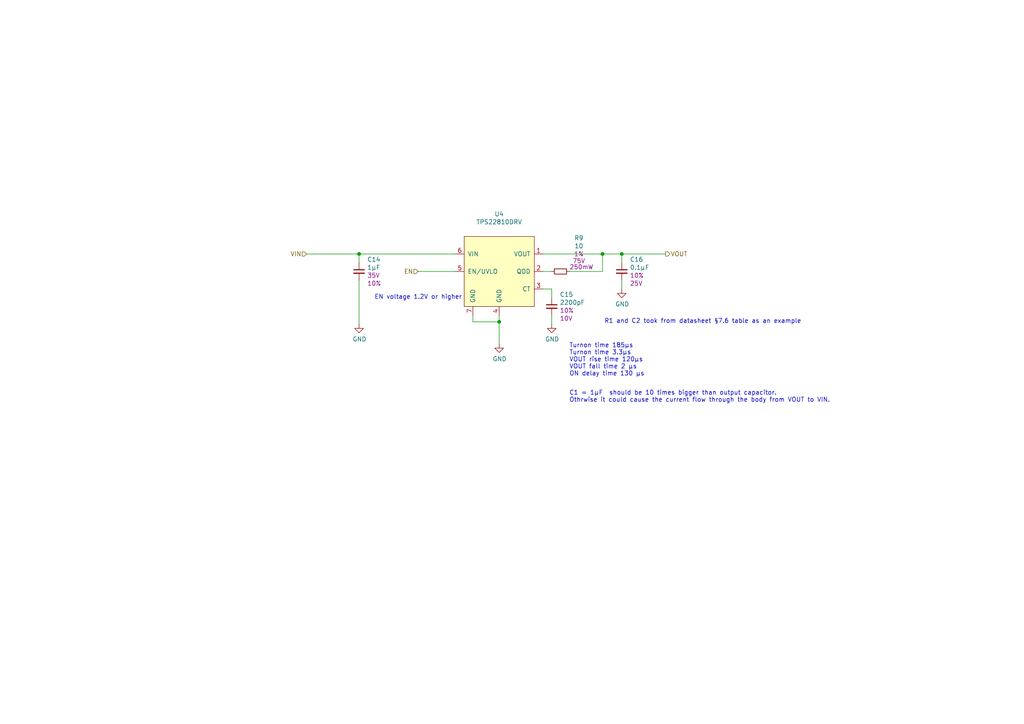
<source format=kicad_sch>
(kicad_sch (version 20230121) (generator eeschema)

  (uuid 59cb9419-2f66-419b-8c34-8a204e910e01)

  (paper "A4")

  (title_block
    (company "Yuri GmbH")
  )

  (lib_symbols
    (symbol "Device:C_Small" (pin_numbers hide) (pin_names (offset 0.254) hide) (in_bom yes) (on_board yes)
      (property "Reference" "C" (at 0.254 1.778 0)
        (effects (font (size 1.27 1.27)) (justify left))
      )
      (property "Value" "C_Small" (at 0.254 -2.032 0)
        (effects (font (size 1.27 1.27)) (justify left))
      )
      (property "Footprint" "" (at 0 0 0)
        (effects (font (size 1.27 1.27)) hide)
      )
      (property "Datasheet" "~" (at 0 0 0)
        (effects (font (size 1.27 1.27)) hide)
      )
      (property "ki_keywords" "capacitor cap" (at 0 0 0)
        (effects (font (size 1.27 1.27)) hide)
      )
      (property "ki_description" "Unpolarized capacitor, small symbol" (at 0 0 0)
        (effects (font (size 1.27 1.27)) hide)
      )
      (property "ki_fp_filters" "C_*" (at 0 0 0)
        (effects (font (size 1.27 1.27)) hide)
      )
      (symbol "C_Small_0_1"
        (polyline
          (pts
            (xy -1.524 -0.508)
            (xy 1.524 -0.508)
          )
          (stroke (width 0.3302) (type default))
          (fill (type none))
        )
        (polyline
          (pts
            (xy -1.524 0.508)
            (xy 1.524 0.508)
          )
          (stroke (width 0.3048) (type default))
          (fill (type none))
        )
      )
      (symbol "C_Small_1_1"
        (pin passive line (at 0 2.54 270) (length 2.032)
          (name "~" (effects (font (size 1.27 1.27))))
          (number "1" (effects (font (size 1.27 1.27))))
        )
        (pin passive line (at 0 -2.54 90) (length 2.032)
          (name "~" (effects (font (size 1.27 1.27))))
          (number "2" (effects (font (size 1.27 1.27))))
        )
      )
    )
    (symbol "Device:R_Small" (pin_numbers hide) (pin_names (offset 0.254) hide) (in_bom yes) (on_board yes)
      (property "Reference" "R" (at 0.762 0.508 0)
        (effects (font (size 1.27 1.27)) (justify left))
      )
      (property "Value" "R_Small" (at 0.762 -1.016 0)
        (effects (font (size 1.27 1.27)) (justify left))
      )
      (property "Footprint" "" (at 0 0 0)
        (effects (font (size 1.27 1.27)) hide)
      )
      (property "Datasheet" "~" (at 0 0 0)
        (effects (font (size 1.27 1.27)) hide)
      )
      (property "ki_keywords" "R resistor" (at 0 0 0)
        (effects (font (size 1.27 1.27)) hide)
      )
      (property "ki_description" "Resistor, small symbol" (at 0 0 0)
        (effects (font (size 1.27 1.27)) hide)
      )
      (property "ki_fp_filters" "R_*" (at 0 0 0)
        (effects (font (size 1.27 1.27)) hide)
      )
      (symbol "R_Small_0_1"
        (rectangle (start -0.762 1.778) (end 0.762 -1.778)
          (stroke (width 0.2032) (type default))
          (fill (type none))
        )
      )
      (symbol "R_Small_1_1"
        (pin passive line (at 0 2.54 270) (length 0.762)
          (name "~" (effects (font (size 1.27 1.27))))
          (number "1" (effects (font (size 1.27 1.27))))
        )
        (pin passive line (at 0 -2.54 90) (length 0.762)
          (name "~" (effects (font (size 1.27 1.27))))
          (number "2" (effects (font (size 1.27 1.27))))
        )
      )
    )
    (symbol "power:GND" (power) (pin_names (offset 0)) (in_bom yes) (on_board yes)
      (property "Reference" "#PWR" (at 0 -6.35 0)
        (effects (font (size 1.27 1.27)) hide)
      )
      (property "Value" "GND" (at 0 -3.81 0)
        (effects (font (size 1.27 1.27)))
      )
      (property "Footprint" "" (at 0 0 0)
        (effects (font (size 1.27 1.27)) hide)
      )
      (property "Datasheet" "" (at 0 0 0)
        (effects (font (size 1.27 1.27)) hide)
      )
      (property "ki_keywords" "global power" (at 0 0 0)
        (effects (font (size 1.27 1.27)) hide)
      )
      (property "ki_description" "Power symbol creates a global label with name \"GND\" , ground" (at 0 0 0)
        (effects (font (size 1.27 1.27)) hide)
      )
      (symbol "GND_0_1"
        (polyline
          (pts
            (xy 0 0)
            (xy 0 -1.27)
            (xy 1.27 -1.27)
            (xy 0 -2.54)
            (xy -1.27 -1.27)
            (xy 0 -1.27)
          )
          (stroke (width 0) (type default))
          (fill (type none))
        )
      )
      (symbol "GND_1_1"
        (pin power_in line (at 0 0 270) (length 0) hide
          (name "GND" (effects (font (size 1.27 1.27))))
          (number "1" (effects (font (size 1.27 1.27))))
        )
      )
    )
    (symbol "t7_bckup-rescue:TPS22810DRV-Power_Management" (pin_names (offset 1.016)) (in_bom yes) (on_board yes)
      (property "Reference" "U4" (at 0 16.6624 0)
        (effects (font (size 1.27 1.27)))
      )
      (property "Value" "TPS22810DRV" (at 0 14.351 0)
        (effects (font (size 1.27 1.27)))
      )
      (property "Footprint" "Yuri:TPS22810DRVR" (at 0 12.0396 0)
        (effects (font (size 1.27 1.27)) hide)
      )
      (property "Datasheet" "http://www.ti.com/lit/ds/symlink/tps22810.pdf" (at 2.54 0 0)
        (effects (font (size 1.27 1.27)) hide)
      )
      (property "Supplier part number" "595-TPS22810DRVR " (at -144.78 -78.74 0)
        (effects (font (size 1.27 1.27)) hide)
      )
      (property "Supplier" "Mouser" (at -144.78 -78.74 0)
        (effects (font (size 1.27 1.27)) hide)
      )
      (symbol "TPS22810DRV-Power_Management_0_1"
        (rectangle (start -10.16 10.16) (end 10.16 -10.16)
          (stroke (width 0) (type solid))
          (fill (type background))
        )
      )
      (symbol "TPS22810DRV-Power_Management_1_1"
        (pin power_out line (at 12.7 5.08 180) (length 2.54)
          (name "VOUT" (effects (font (size 1.27 1.27))))
          (number "1" (effects (font (size 1.27 1.27))))
        )
        (pin output line (at 12.7 0 180) (length 2.54)
          (name "QOD" (effects (font (size 1.27 1.27))))
          (number "2" (effects (font (size 1.27 1.27))))
        )
        (pin output line (at 12.7 -5.08 180) (length 2.54)
          (name "CT" (effects (font (size 1.27 1.27))))
          (number "3" (effects (font (size 1.27 1.27))))
        )
        (pin power_in line (at 0 -12.7 90) (length 2.54)
          (name "GND" (effects (font (size 1.27 1.27))))
          (number "4" (effects (font (size 1.27 1.27))))
        )
        (pin input line (at -12.7 0 0) (length 2.54)
          (name "EN/UVLO" (effects (font (size 1.27 1.27))))
          (number "5" (effects (font (size 1.27 1.27))))
        )
        (pin power_in line (at -12.7 5.08 0) (length 2.54)
          (name "VIN" (effects (font (size 1.27 1.27))))
          (number "6" (effects (font (size 1.27 1.27))))
        )
        (pin passive line (at -7.62 -12.7 90) (length 2.54)
          (name "GND" (effects (font (size 1.27 1.27))))
          (number "7" (effects (font (size 1.27 1.27))))
        )
      )
    )
  )

  (junction (at 104.14 73.66) (diameter 0) (color 0 0 0 0)
    (uuid 41e845f1-258e-45cc-8156-932abed80c33)
  )
  (junction (at 180.34 73.66) (diameter 0) (color 0 0 0 0)
    (uuid 440a5e8f-ac30-4d76-9f3a-565b10cd3f90)
  )
  (junction (at 174.752 73.66) (diameter 0) (color 0 0 0 0)
    (uuid 5fe85dc9-59e9-4fde-880c-4cf56fc93ebe)
  )
  (junction (at 144.78 93.345) (diameter 0) (color 0 0 0 0)
    (uuid 98fb120b-7c13-4e35-aee2-aca811813636)
  )

  (wire (pts (xy 121.285 78.74) (xy 132.08 78.74))
    (stroke (width 0) (type default))
    (uuid 03bc73dc-bb14-4e5f-b4c2-734d94cfb240)
  )
  (wire (pts (xy 160.02 83.82) (xy 160.02 86.36))
    (stroke (width 0) (type default))
    (uuid 1267fdad-3bad-465d-84d4-9e0e4da6c05e)
  )
  (wire (pts (xy 174.752 73.66) (xy 180.34 73.66))
    (stroke (width 0) (type default))
    (uuid 19d229b3-23af-4856-a160-fdad1f1f3dbe)
  )
  (wire (pts (xy 137.16 93.345) (xy 144.78 93.345))
    (stroke (width 0) (type default))
    (uuid 1f9cb587-3326-44e1-8fda-8149a2200e78)
  )
  (wire (pts (xy 157.48 78.74) (xy 160.02 78.74))
    (stroke (width 0) (type default))
    (uuid 3c103b13-ca61-4cae-ac77-8ed4fdb5bfde)
  )
  (wire (pts (xy 144.78 91.44) (xy 144.78 93.345))
    (stroke (width 0) (type default))
    (uuid 3dcaf39c-a422-4225-8643-37dcce9eaba1)
  )
  (wire (pts (xy 88.9 73.66) (xy 104.14 73.66))
    (stroke (width 0) (type default))
    (uuid 421ca82b-53c0-4fce-ba59-7938c2989016)
  )
  (wire (pts (xy 160.02 91.44) (xy 160.02 93.98))
    (stroke (width 0) (type default))
    (uuid 69684486-5ec5-41f7-8282-20f707acf59b)
  )
  (wire (pts (xy 180.34 83.82) (xy 180.34 81.28))
    (stroke (width 0) (type default))
    (uuid 6978edc1-20bb-4f10-ae4c-6f7a43ffacc6)
  )
  (wire (pts (xy 104.14 73.66) (xy 132.08 73.66))
    (stroke (width 0) (type default))
    (uuid 6b651111-304d-42fa-8913-465f2a9b6875)
  )
  (wire (pts (xy 180.34 76.2) (xy 180.34 73.66))
    (stroke (width 0) (type default))
    (uuid 6e728ee9-7698-4fd7-8dae-527decede3ca)
  )
  (wire (pts (xy 137.16 91.44) (xy 137.16 93.345))
    (stroke (width 0) (type default))
    (uuid 753bc462-769e-4fb1-98b6-735dc9845cab)
  )
  (wire (pts (xy 144.78 93.345) (xy 144.78 99.695))
    (stroke (width 0) (type default))
    (uuid 77e4da52-541e-469c-b23e-46f568d37c81)
  )
  (wire (pts (xy 174.752 78.74) (xy 174.752 73.66))
    (stroke (width 0) (type default))
    (uuid 7da3324a-b247-4d81-a21d-f8f95f23b5b1)
  )
  (wire (pts (xy 193.04 73.66) (xy 180.34 73.66))
    (stroke (width 0) (type default))
    (uuid 8cbe74a6-df5c-4495-b730-26860ef70b72)
  )
  (wire (pts (xy 157.48 83.82) (xy 160.02 83.82))
    (stroke (width 0) (type default))
    (uuid 9118d3a3-7591-4fb0-9032-05ceb7476ee5)
  )
  (wire (pts (xy 157.48 73.66) (xy 174.752 73.66))
    (stroke (width 0) (type default))
    (uuid aa95df9e-39a4-4a1b-850a-a0e4d0ce8a80)
  )
  (wire (pts (xy 104.14 81.28) (xy 104.14 93.98))
    (stroke (width 0) (type default))
    (uuid ad7b4f7c-486e-41e7-9e1f-a63cc3e679b9)
  )
  (wire (pts (xy 165.1 78.74) (xy 174.752 78.74))
    (stroke (width 0) (type default))
    (uuid bc73aa49-ca41-4800-add0-c1b481593485)
  )
  (wire (pts (xy 104.14 76.2) (xy 104.14 73.66))
    (stroke (width 0) (type default))
    (uuid cd5c0f55-8199-465f-ad00-99cfc6003573)
  )

  (text "C1 = 1µF  should be 10 times bigger than output capacitor.\nOthrwise it could cause the current flow through the body from VOUT to VIN."
    (at 165.1 116.84 0)
    (effects (font (size 1.27 1.27)) (justify left bottom))
    (uuid 0c24f1f2-642e-49f4-aa17-3950382fc83e)
  )
  (text "R1 and C2 took from datasheet §7.6 table as an example "
    (at 175.26 93.98 0)
    (effects (font (size 1.27 1.27)) (justify left bottom))
    (uuid 223eecc0-7074-49db-a955-10cb8e853a3b)
  )
  (text "EN voltage 1.2V or higher " (at 108.585 86.995 0)
    (effects (font (size 1.27 1.27)) (justify left bottom))
    (uuid a404354d-d764-4e24-b1a7-ee2e422efe56)
  )
  (text "Turnon time 185µs\nTurnon time 3.3µs \nVOUT rise time 120µs \nVOUT fall time 2 µs\nON delay time 130 µs"
    (at 165.1 109.22 0)
    (effects (font (size 1.27 1.27)) (justify left bottom))
    (uuid ff2a0c25-06cc-4f92-8c4b-6998d35a0e88)
  )

  (hierarchical_label "VOUT" (shape output) (at 193.04 73.66 0) (fields_autoplaced)
    (effects (font (size 1.27 1.27)) (justify left))
    (uuid 84f5c87a-8b67-44ea-80b4-4ac738371833)
  )
  (hierarchical_label "EN" (shape input) (at 121.285 78.74 180) (fields_autoplaced)
    (effects (font (size 1.27 1.27)) (justify right))
    (uuid c2bdc461-926c-45d3-b8f2-43ad030dee54)
  )
  (hierarchical_label "VIN" (shape input) (at 88.9 73.66 180) (fields_autoplaced)
    (effects (font (size 1.27 1.27)) (justify right))
    (uuid ec2c26cc-074a-41dd-b33b-e446d7c223c8)
  )

  (symbol (lib_id "t7_bckup-rescue:TPS22810DRV-Power_Management") (at 144.78 78.74 0) (unit 1)
    (in_bom yes) (on_board yes) (dnp no)
    (uuid 00000000-0000-0000-0000-00005d0fb416)
    (property "Reference" "U4" (at 144.78 62.0776 0)
      (effects (font (size 1.27 1.27)))
    )
    (property "Value" "TPS22810DRV" (at 144.78 64.389 0)
      (effects (font (size 1.27 1.27)))
    )
    (property "Footprint" "Yuri:TPS22810DRVR" (at 144.78 66.7004 0)
      (effects (font (size 1.27 1.27)) hide)
    )
    (property "Datasheet" "http://www.ti.com/lit/ds/symlink/tps22810.pdf" (at 147.32 78.74 0)
      (effects (font (size 1.27 1.27)) hide)
    )
    (property "Supplier" "Mouser" (at 0 157.48 0)
      (effects (font (size 1.27 1.27)) hide)
    )
    (property "Supplier part number" "TPS22810DRVR" (at 0 157.48 0)
      (effects (font (size 1.27 1.27)) hide)
    )
    (pin "1" (uuid b8fe07a8-e333-4e3d-a235-b96890f3a79a))
    (pin "2" (uuid 040bb785-7896-40e8-aaa6-6dbc10948020))
    (pin "3" (uuid b746d4b1-01aa-4588-8157-50af0e855bba))
    (pin "4" (uuid 5cf7e6d2-c1a2-4f04-9ca8-a372507540cb))
    (pin "5" (uuid 77e549e5-7af6-44d7-a903-c9fc53ef54a9))
    (pin "6" (uuid d5e303c9-cb34-45f3-b095-23accd510336))
    (pin "7" (uuid 19ca7e72-8636-42fb-82b8-27078fb069bc))
    (instances
      (project "DRV_2MOT_HEATER"
        (path "/2f31d2ad-2d94-43be-9f9e-d1f4a7caf9d9/d1942e93-e2f5-4b88-afed-ee8aecd7ec0e"
          (reference "U4") (unit 1)
        )
      )
      (project "fluidics"
        (path "/5aff9a6f-f35d-45e7-96e9-9f7161704ccd/864a1ae7-a8b0-4412-8b89-8735ce61b4d0/a1c9abe8-59f0-47c2-a6f1-0ecfc12e992d"
          (reference "U5") (unit 1)
        )
        (path "/5aff9a6f-f35d-45e7-96e9-9f7161704ccd/2250bff5-0f6b-4dcc-bd57-3109c9fe5803/a1c9abe8-59f0-47c2-a6f1-0ecfc12e992d"
          (reference "U7") (unit 1)
        )
        (path "/5aff9a6f-f35d-45e7-96e9-9f7161704ccd/a1a2f8b4-a322-4f84-ab2f-0ceff4a67e1d/a1c9abe8-59f0-47c2-a6f1-0ecfc12e992d"
          (reference "U13") (unit 1)
        )
      )
      (project "t7_bckup"
        (path "/93c10f60-9b54-40f2-a8c0-8cf3f7b10c78/00000000-0000-0000-0000-00005d400745/00000000-0000-0000-0000-00005ddbbdc0"
          (reference "U3") (unit 1)
        )
        (path "/93c10f60-9b54-40f2-a8c0-8cf3f7b10c78/00000000-0000-0000-0000-00005d400745/00000000-0000-0000-0000-00005dde0738"
          (reference "U5") (unit 1)
        )
        (path "/93c10f60-9b54-40f2-a8c0-8cf3f7b10c78/00000000-0000-0000-0000-00005d400745/00000000-0000-0000-0000-00005de050e4"
          (reference "U7") (unit 1)
        )
        (path "/93c10f60-9b54-40f2-a8c0-8cf3f7b10c78/00000000-0000-0000-0000-00005d400745/00000000-0000-0000-0000-00005de2d62c"
          (reference "U9") (unit 1)
        )
        (path "/93c10f60-9b54-40f2-a8c0-8cf3f7b10c78/00000000-0000-0000-0000-00005d400745/00000000-0000-0000-0000-00005de52b44"
          (reference "U11") (unit 1)
        )
        (path "/93c10f60-9b54-40f2-a8c0-8cf3f7b10c78/00000000-0000-0000-0000-00005d490bdf/00000000-0000-0000-0000-00005e19cb0c"
          (reference "U13") (unit 1)
        )
        (path "/93c10f60-9b54-40f2-a8c0-8cf3f7b10c78/00000000-0000-0000-0000-00005d490bdf/00000000-0000-0000-0000-00005e19cd1f"
          (reference "U15") (unit 1)
        )
        (path "/93c10f60-9b54-40f2-a8c0-8cf3f7b10c78/00000000-0000-0000-0000-00005d49bccc/00000000-0000-0000-0000-00005d6ad70e"
          (reference "U16") (unit 1)
        )
        (path "/93c10f60-9b54-40f2-a8c0-8cf3f7b10c78/00000000-0000-0000-0000-00005d400745/00000000-0000-0000-0000-00005d0fb359"
          (reference "U2") (unit 1)
        )
        (path "/93c10f60-9b54-40f2-a8c0-8cf3f7b10c78/00000000-0000-0000-0000-00005d400745/00000000-0000-0000-0000-00005ddf2c58"
          (reference "U6") (unit 1)
        )
        (path "/93c10f60-9b54-40f2-a8c0-8cf3f7b10c78/00000000-0000-0000-0000-00005d400745/00000000-0000-0000-0000-00005de400c0"
          (reference "U10") (unit 1)
        )
        (path "/93c10f60-9b54-40f2-a8c0-8cf3f7b10c78/00000000-0000-0000-0000-00005d490bdf/00000000-0000-0000-0000-00005e19cbed"
          (reference "U14") (unit 1)
        )
        (path "/93c10f60-9b54-40f2-a8c0-8cf3f7b10c78/00000000-0000-0000-0000-00005d49bccc/00000000-0000-0000-0000-00005d6ae5ac"
          (reference "U17") (unit 1)
        )
        (path "/93c10f60-9b54-40f2-a8c0-8cf3f7b10c78/00000000-0000-0000-0000-00005d400745/00000000-0000-0000-0000-00005de17590"
          (reference "U8") (unit 1)
        )
        (path "/93c10f60-9b54-40f2-a8c0-8cf3f7b10c78/00000000-0000-0000-0000-00005d49bccc/00000000-0000-0000-0000-00005d6ae692"
          (reference "U18") (unit 1)
        )
        (path "/93c10f60-9b54-40f2-a8c0-8cf3f7b10c78/00000000-0000-0000-0000-00005d490bdf/00000000-0000-0000-0000-00005e19c4ca"
          (reference "U12") (unit 1)
        )
        (path "/93c10f60-9b54-40f2-a8c0-8cf3f7b10c78/00000000-0000-0000-0000-00005d400745/00000000-0000-0000-0000-00005ddce2bc"
          (reference "U4") (unit 1)
        )
      )
      (project "RPM_Greenhouse_LED_Array"
        (path "/e718d9d1-9ebb-4f2d-aa65-358191be6931/827520bf-a11f-4ceb-b76c-950807a9af20"
          (reference "U6") (unit 1)
        )
        (path "/e718d9d1-9ebb-4f2d-aa65-358191be6931/4edde9b0-051f-4d68-b9de-a76a43beceba"
          (reference "U7") (unit 1)
        )
        (path "/e718d9d1-9ebb-4f2d-aa65-358191be6931/3f48d342-da06-4825-8512-817b68fc965b"
          (reference "U8") (unit 1)
        )
        (path "/e718d9d1-9ebb-4f2d-aa65-358191be6931/5db24781-6cda-44f4-970f-9e0ef902d60a"
          (reference "U9") (unit 1)
        )
        (path "/e718d9d1-9ebb-4f2d-aa65-358191be6931/f93b15ec-b4e2-4ddf-9a5d-faf7b53e222a"
          (reference "U10") (unit 1)
        )
      )
    )
  )

  (symbol (lib_id "Device:C_Small") (at 104.14 78.74 0) (unit 1)
    (in_bom yes) (on_board yes) (dnp no)
    (uuid 00000000-0000-0000-0000-00005d0fb528)
    (property "Reference" "C14" (at 106.4768 75.2602 0)
      (effects (font (size 1.27 1.27)) (justify left))
    )
    (property "Value" "1µF" (at 106.4768 77.5716 0)
      (effects (font (size 1.27 1.27)) (justify left))
    )
    (property "Footprint" "Capacitor_SMD:C_0603_1608Metric_Pad1.08x0.95mm_HandSolder" (at 104.14 78.74 0)
      (effects (font (size 1.27 1.27)) hide)
    )
    (property "Datasheet" "https://product.tdk.com/system/files/dam/doc/product/capacitor/ceramic/mlcc/catalog/mlcc_commercial_soft_en.pdf" (at 104.14 78.74 0)
      (effects (font (size 1.27 1.27)) hide)
    )
    (property "Supplier" "Mouser" (at 104.14 78.74 0)
      (effects (font (size 1.27 1.27)) hide)
    )
    (property "Supplier part number" "C1608X7R1V105K080AE" (at 104.14 78.74 0)
      (effects (font (size 1.27 1.27)) hide)
    )
    (property "Voltage" "35V" (at 106.4768 79.883 0)
      (effects (font (size 1.27 1.27)) (justify left))
    )
    (property "Tolerance" "10%" (at 106.4768 82.1944 0)
      (effects (font (size 1.27 1.27)) (justify left))
    )
    (property "tolerance" "" (at 0 157.48 0)
      (effects (font (size 1.27 1.27)) hide)
    )
    (pin "1" (uuid 0ace62da-9588-48e7-ac43-47aad64a0507))
    (pin "2" (uuid d272b8bf-3942-4e6b-95bf-68a606541e23))
    (instances
      (project "DRV_2MOT_HEATER"
        (path "/2f31d2ad-2d94-43be-9f9e-d1f4a7caf9d9/d1942e93-e2f5-4b88-afed-ee8aecd7ec0e"
          (reference "C14") (unit 1)
        )
      )
      (project "fluidics"
        (path "/5aff9a6f-f35d-45e7-96e9-9f7161704ccd/864a1ae7-a8b0-4412-8b89-8735ce61b4d0/a1c9abe8-59f0-47c2-a6f1-0ecfc12e992d"
          (reference "C15") (unit 1)
        )
        (path "/5aff9a6f-f35d-45e7-96e9-9f7161704ccd/2250bff5-0f6b-4dcc-bd57-3109c9fe5803/a1c9abe8-59f0-47c2-a6f1-0ecfc12e992d"
          (reference "C19") (unit 1)
        )
        (path "/5aff9a6f-f35d-45e7-96e9-9f7161704ccd/a1a2f8b4-a322-4f84-ab2f-0ceff4a67e1d/a1c9abe8-59f0-47c2-a6f1-0ecfc12e992d"
          (reference "C39") (unit 1)
        )
      )
      (project "t7_bckup"
        (path "/93c10f60-9b54-40f2-a8c0-8cf3f7b10c78/00000000-0000-0000-0000-00005d400745/00000000-0000-0000-0000-00005ddbbdc0"
          (reference "C10") (unit 1)
        )
        (path "/93c10f60-9b54-40f2-a8c0-8cf3f7b10c78/00000000-0000-0000-0000-00005d400745/00000000-0000-0000-0000-00005dde0738"
          (reference "C16") (unit 1)
        )
        (path "/93c10f60-9b54-40f2-a8c0-8cf3f7b10c78/00000000-0000-0000-0000-00005d400745/00000000-0000-0000-0000-00005de050e4"
          (reference "C22") (unit 1)
        )
        (path "/93c10f60-9b54-40f2-a8c0-8cf3f7b10c78/00000000-0000-0000-0000-00005d400745/00000000-0000-0000-0000-00005de2d62c"
          (reference "C28") (unit 1)
        )
        (path "/93c10f60-9b54-40f2-a8c0-8cf3f7b10c78/00000000-0000-0000-0000-00005d400745/00000000-0000-0000-0000-00005de52b44"
          (reference "C34") (unit 1)
        )
        (path "/93c10f60-9b54-40f2-a8c0-8cf3f7b10c78/00000000-0000-0000-0000-00005d490bdf/00000000-0000-0000-0000-00005e19cb0c"
          (reference "C40") (unit 1)
        )
        (path "/93c10f60-9b54-40f2-a8c0-8cf3f7b10c78/00000000-0000-0000-0000-00005d490bdf/00000000-0000-0000-0000-00005e19cd1f"
          (reference "C46") (unit 1)
        )
        (path "/93c10f60-9b54-40f2-a8c0-8cf3f7b10c78/00000000-0000-0000-0000-00005d49bccc/00000000-0000-0000-0000-00005d6ad70e"
          (reference "C49") (unit 1)
        )
        (path "/93c10f60-9b54-40f2-a8c0-8cf3f7b10c78/00000000-0000-0000-0000-00005d400745/00000000-0000-0000-0000-00005d0fb359"
          (reference "C7") (unit 1)
        )
        (path "/93c10f60-9b54-40f2-a8c0-8cf3f7b10c78/00000000-0000-0000-0000-00005d400745/00000000-0000-0000-0000-00005ddf2c58"
          (reference "C19") (unit 1)
        )
        (path "/93c10f60-9b54-40f2-a8c0-8cf3f7b10c78/00000000-0000-0000-0000-00005d400745/00000000-0000-0000-0000-00005de400c0"
          (reference "C31") (unit 1)
        )
        (path "/93c10f60-9b54-40f2-a8c0-8cf3f7b10c78/00000000-0000-0000-0000-00005d490bdf/00000000-0000-0000-0000-00005e19cbed"
          (reference "C43") (unit 1)
        )
        (path "/93c10f60-9b54-40f2-a8c0-8cf3f7b10c78/00000000-0000-0000-0000-00005d49bccc/00000000-0000-0000-0000-00005d6ae5ac"
          (reference "C52") (unit 1)
        )
        (path "/93c10f60-9b54-40f2-a8c0-8cf3f7b10c78/00000000-0000-0000-0000-00005d400745/00000000-0000-0000-0000-00005de17590"
          (reference "C25") (unit 1)
        )
        (path "/93c10f60-9b54-40f2-a8c0-8cf3f7b10c78/00000000-0000-0000-0000-00005d49bccc/00000000-0000-0000-0000-00005d6ae692"
          (reference "C55") (unit 1)
        )
        (path "/93c10f60-9b54-40f2-a8c0-8cf3f7b10c78/00000000-0000-0000-0000-00005d490bdf/00000000-0000-0000-0000-00005e19c4ca"
          (reference "C37") (unit 1)
        )
        (path "/93c10f60-9b54-40f2-a8c0-8cf3f7b10c78/00000000-0000-0000-0000-00005d400745/00000000-0000-0000-0000-00005ddce2bc"
          (reference "C13") (unit 1)
        )
      )
      (project "RPM_Greenhouse_LED_Array"
        (path "/e718d9d1-9ebb-4f2d-aa65-358191be6931/827520bf-a11f-4ceb-b76c-950807a9af20"
          (reference "C1") (unit 1)
        )
        (path "/e718d9d1-9ebb-4f2d-aa65-358191be6931/4edde9b0-051f-4d68-b9de-a76a43beceba"
          (reference "C4") (unit 1)
        )
        (path "/e718d9d1-9ebb-4f2d-aa65-358191be6931/3f48d342-da06-4825-8512-817b68fc965b"
          (reference "C7") (unit 1)
        )
        (path "/e718d9d1-9ebb-4f2d-aa65-358191be6931/5db24781-6cda-44f4-970f-9e0ef902d60a"
          (reference "C10") (unit 1)
        )
        (path "/e718d9d1-9ebb-4f2d-aa65-358191be6931/f93b15ec-b4e2-4ddf-9a5d-faf7b53e222a"
          (reference "C13") (unit 1)
        )
      )
    )
  )

  (symbol (lib_id "power:GND") (at 104.14 93.98 0) (unit 1)
    (in_bom yes) (on_board yes) (dnp no)
    (uuid 00000000-0000-0000-0000-00005e19c4cd)
    (property "Reference" "#PWR022" (at 104.14 100.33 0)
      (effects (font (size 1.27 1.27)) hide)
    )
    (property "Value" "GND" (at 104.267 98.3742 0)
      (effects (font (size 1.27 1.27)))
    )
    (property "Footprint" "" (at 104.14 93.98 0)
      (effects (font (size 1.27 1.27)) hide)
    )
    (property "Datasheet" "" (at 104.14 93.98 0)
      (effects (font (size 1.27 1.27)) hide)
    )
    (pin "1" (uuid 93244344-35d3-4662-9b6c-4665fad4f7e4))
    (instances
      (project "DRV_2MOT_HEATER"
        (path "/2f31d2ad-2d94-43be-9f9e-d1f4a7caf9d9/d1942e93-e2f5-4b88-afed-ee8aecd7ec0e"
          (reference "#PWR022") (unit 1)
        )
      )
      (project "fluidics"
        (path "/5aff9a6f-f35d-45e7-96e9-9f7161704ccd/864a1ae7-a8b0-4412-8b89-8735ce61b4d0/a1c9abe8-59f0-47c2-a6f1-0ecfc12e992d"
          (reference "#PWR077") (unit 1)
        )
        (path "/5aff9a6f-f35d-45e7-96e9-9f7161704ccd/2250bff5-0f6b-4dcc-bd57-3109c9fe5803/a1c9abe8-59f0-47c2-a6f1-0ecfc12e992d"
          (reference "#PWR083") (unit 1)
        )
        (path "/5aff9a6f-f35d-45e7-96e9-9f7161704ccd/a1a2f8b4-a322-4f84-ab2f-0ceff4a67e1d/a1c9abe8-59f0-47c2-a6f1-0ecfc12e992d"
          (reference "#PWR0107") (unit 1)
        )
      )
      (project "t7_bckup"
        (path "/93c10f60-9b54-40f2-a8c0-8cf3f7b10c78/00000000-0000-0000-0000-00005d400745/00000000-0000-0000-0000-00005ddbbdc0"
          (reference "#PWR018") (unit 1)
        )
        (path "/93c10f60-9b54-40f2-a8c0-8cf3f7b10c78/00000000-0000-0000-0000-00005d400745/00000000-0000-0000-0000-00005dde0738"
          (reference "#PWR026") (unit 1)
        )
        (path "/93c10f60-9b54-40f2-a8c0-8cf3f7b10c78/00000000-0000-0000-0000-00005d400745/00000000-0000-0000-0000-00005de050e4"
          (reference "#PWR034") (unit 1)
        )
        (path "/93c10f60-9b54-40f2-a8c0-8cf3f7b10c78/00000000-0000-0000-0000-00005d400745/00000000-0000-0000-0000-00005de2d62c"
          (reference "#PWR042") (unit 1)
        )
        (path "/93c10f60-9b54-40f2-a8c0-8cf3f7b10c78/00000000-0000-0000-0000-00005d400745/00000000-0000-0000-0000-00005de52b44"
          (reference "#PWR050") (unit 1)
        )
        (path "/93c10f60-9b54-40f2-a8c0-8cf3f7b10c78/00000000-0000-0000-0000-00005d490bdf/00000000-0000-0000-0000-00005e19cb0c"
          (reference "#PWR058") (unit 1)
        )
        (path "/93c10f60-9b54-40f2-a8c0-8cf3f7b10c78/00000000-0000-0000-0000-00005d490bdf/00000000-0000-0000-0000-00005e19cd1f"
          (reference "#PWR066") (unit 1)
        )
        (path "/93c10f60-9b54-40f2-a8c0-8cf3f7b10c78/00000000-0000-0000-0000-00005d49bccc/00000000-0000-0000-0000-00005d6ad70e"
          (reference "#PWR070") (unit 1)
        )
        (path "/93c10f60-9b54-40f2-a8c0-8cf3f7b10c78/00000000-0000-0000-0000-00005d400745/00000000-0000-0000-0000-00005d0fb359"
          (reference "#PWR014") (unit 1)
        )
        (path "/93c10f60-9b54-40f2-a8c0-8cf3f7b10c78/00000000-0000-0000-0000-00005d400745/00000000-0000-0000-0000-00005ddf2c58"
          (reference "#PWR030") (unit 1)
        )
        (path "/93c10f60-9b54-40f2-a8c0-8cf3f7b10c78/00000000-0000-0000-0000-00005d400745/00000000-0000-0000-0000-00005de400c0"
          (reference "#PWR046") (unit 1)
        )
        (path "/93c10f60-9b54-40f2-a8c0-8cf3f7b10c78/00000000-0000-0000-0000-00005d490bdf/00000000-0000-0000-0000-00005e19cbed"
          (reference "#PWR062") (unit 1)
        )
        (path "/93c10f60-9b54-40f2-a8c0-8cf3f7b10c78/00000000-0000-0000-0000-00005d49bccc/00000000-0000-0000-0000-00005d6ae5ac"
          (reference "#PWR074") (unit 1)
        )
        (path "/93c10f60-9b54-40f2-a8c0-8cf3f7b10c78/00000000-0000-0000-0000-00005d400745/00000000-0000-0000-0000-00005de17590"
          (reference "#PWR038") (unit 1)
        )
        (path "/93c10f60-9b54-40f2-a8c0-8cf3f7b10c78/00000000-0000-0000-0000-00005d49bccc/00000000-0000-0000-0000-00005d6ae692"
          (reference "#PWR078") (unit 1)
        )
        (path "/93c10f60-9b54-40f2-a8c0-8cf3f7b10c78/00000000-0000-0000-0000-00005d490bdf/00000000-0000-0000-0000-00005e19c4ca"
          (reference "#PWR054") (unit 1)
        )
        (path "/93c10f60-9b54-40f2-a8c0-8cf3f7b10c78/00000000-0000-0000-0000-00005d400745/00000000-0000-0000-0000-00005ddce2bc"
          (reference "#PWR022") (unit 1)
        )
      )
      (project "RPM_Greenhouse_LED_Array"
        (path "/e718d9d1-9ebb-4f2d-aa65-358191be6931/f93b15ec-b4e2-4ddf-9a5d-faf7b53e222a"
          (reference "#PWR049") (unit 1)
        )
        (path "/e718d9d1-9ebb-4f2d-aa65-358191be6931/827520bf-a11f-4ceb-b76c-950807a9af20"
          (reference "#PWR033") (unit 1)
        )
        (path "/e718d9d1-9ebb-4f2d-aa65-358191be6931/4edde9b0-051f-4d68-b9de-a76a43beceba"
          (reference "#PWR037") (unit 1)
        )
        (path "/e718d9d1-9ebb-4f2d-aa65-358191be6931/3f48d342-da06-4825-8512-817b68fc965b"
          (reference "#PWR041") (unit 1)
        )
        (path "/e718d9d1-9ebb-4f2d-aa65-358191be6931/5db24781-6cda-44f4-970f-9e0ef902d60a"
          (reference "#PWR045") (unit 1)
        )
      )
    )
  )

  (symbol (lib_id "power:GND") (at 144.78 99.695 0) (unit 1)
    (in_bom yes) (on_board yes) (dnp no)
    (uuid 00000000-0000-0000-0000-00005e19c4ce)
    (property "Reference" "#PWR023" (at 144.78 106.045 0)
      (effects (font (size 1.27 1.27)) hide)
    )
    (property "Value" "GND" (at 144.907 104.0892 0)
      (effects (font (size 1.27 1.27)))
    )
    (property "Footprint" "" (at 144.78 99.695 0)
      (effects (font (size 1.27 1.27)) hide)
    )
    (property "Datasheet" "" (at 144.78 99.695 0)
      (effects (font (size 1.27 1.27)) hide)
    )
    (pin "1" (uuid 5b48a01a-2281-47c1-8302-d6740053d1cd))
    (instances
      (project "DRV_2MOT_HEATER"
        (path "/2f31d2ad-2d94-43be-9f9e-d1f4a7caf9d9/d1942e93-e2f5-4b88-afed-ee8aecd7ec0e"
          (reference "#PWR023") (unit 1)
        )
      )
      (project "fluidics"
        (path "/5aff9a6f-f35d-45e7-96e9-9f7161704ccd/864a1ae7-a8b0-4412-8b89-8735ce61b4d0/a1c9abe8-59f0-47c2-a6f1-0ecfc12e992d"
          (reference "#PWR078") (unit 1)
        )
        (path "/5aff9a6f-f35d-45e7-96e9-9f7161704ccd/2250bff5-0f6b-4dcc-bd57-3109c9fe5803/a1c9abe8-59f0-47c2-a6f1-0ecfc12e992d"
          (reference "#PWR084") (unit 1)
        )
        (path "/5aff9a6f-f35d-45e7-96e9-9f7161704ccd/a1a2f8b4-a322-4f84-ab2f-0ceff4a67e1d/a1c9abe8-59f0-47c2-a6f1-0ecfc12e992d"
          (reference "#PWR0108") (unit 1)
        )
      )
      (project "t7_bckup"
        (path "/93c10f60-9b54-40f2-a8c0-8cf3f7b10c78/00000000-0000-0000-0000-00005d400745/00000000-0000-0000-0000-00005ddbbdc0"
          (reference "#PWR019") (unit 1)
        )
        (path "/93c10f60-9b54-40f2-a8c0-8cf3f7b10c78/00000000-0000-0000-0000-00005d400745/00000000-0000-0000-0000-00005dde0738"
          (reference "#PWR027") (unit 1)
        )
        (path "/93c10f60-9b54-40f2-a8c0-8cf3f7b10c78/00000000-0000-0000-0000-00005d400745/00000000-0000-0000-0000-00005de050e4"
          (reference "#PWR035") (unit 1)
        )
        (path "/93c10f60-9b54-40f2-a8c0-8cf3f7b10c78/00000000-0000-0000-0000-00005d400745/00000000-0000-0000-0000-00005de2d62c"
          (reference "#PWR043") (unit 1)
        )
        (path "/93c10f60-9b54-40f2-a8c0-8cf3f7b10c78/00000000-0000-0000-0000-00005d400745/00000000-0000-0000-0000-00005de52b44"
          (reference "#PWR051") (unit 1)
        )
        (path "/93c10f60-9b54-40f2-a8c0-8cf3f7b10c78/00000000-0000-0000-0000-00005d490bdf/00000000-0000-0000-0000-00005e19cb0c"
          (reference "#PWR059") (unit 1)
        )
        (path "/93c10f60-9b54-40f2-a8c0-8cf3f7b10c78/00000000-0000-0000-0000-00005d490bdf/00000000-0000-0000-0000-00005e19cd1f"
          (reference "#PWR067") (unit 1)
        )
        (path "/93c10f60-9b54-40f2-a8c0-8cf3f7b10c78/00000000-0000-0000-0000-00005d49bccc/00000000-0000-0000-0000-00005d6ad70e"
          (reference "#PWR071") (unit 1)
        )
        (path "/93c10f60-9b54-40f2-a8c0-8cf3f7b10c78/00000000-0000-0000-0000-00005d400745/00000000-0000-0000-0000-00005d0fb359"
          (reference "#PWR015") (unit 1)
        )
        (path "/93c10f60-9b54-40f2-a8c0-8cf3f7b10c78/00000000-0000-0000-0000-00005d400745/00000000-0000-0000-0000-00005ddf2c58"
          (reference "#PWR031") (unit 1)
        )
        (path "/93c10f60-9b54-40f2-a8c0-8cf3f7b10c78/00000000-0000-0000-0000-00005d400745/00000000-0000-0000-0000-00005de400c0"
          (reference "#PWR047") (unit 1)
        )
        (path "/93c10f60-9b54-40f2-a8c0-8cf3f7b10c78/00000000-0000-0000-0000-00005d490bdf/00000000-0000-0000-0000-00005e19cbed"
          (reference "#PWR063") (unit 1)
        )
        (path "/93c10f60-9b54-40f2-a8c0-8cf3f7b10c78/00000000-0000-0000-0000-00005d49bccc/00000000-0000-0000-0000-00005d6ae5ac"
          (reference "#PWR075") (unit 1)
        )
        (path "/93c10f60-9b54-40f2-a8c0-8cf3f7b10c78/00000000-0000-0000-0000-00005d400745/00000000-0000-0000-0000-00005de17590"
          (reference "#PWR039") (unit 1)
        )
        (path "/93c10f60-9b54-40f2-a8c0-8cf3f7b10c78/00000000-0000-0000-0000-00005d49bccc/00000000-0000-0000-0000-00005d6ae692"
          (reference "#PWR079") (unit 1)
        )
        (path "/93c10f60-9b54-40f2-a8c0-8cf3f7b10c78/00000000-0000-0000-0000-00005d490bdf/00000000-0000-0000-0000-00005e19c4ca"
          (reference "#PWR055") (unit 1)
        )
        (path "/93c10f60-9b54-40f2-a8c0-8cf3f7b10c78/00000000-0000-0000-0000-00005d400745/00000000-0000-0000-0000-00005ddce2bc"
          (reference "#PWR023") (unit 1)
        )
      )
      (project "RPM_Greenhouse_LED_Array"
        (path "/e718d9d1-9ebb-4f2d-aa65-358191be6931/f93b15ec-b4e2-4ddf-9a5d-faf7b53e222a"
          (reference "#PWR050") (unit 1)
        )
        (path "/e718d9d1-9ebb-4f2d-aa65-358191be6931/827520bf-a11f-4ceb-b76c-950807a9af20"
          (reference "#PWR034") (unit 1)
        )
        (path "/e718d9d1-9ebb-4f2d-aa65-358191be6931/4edde9b0-051f-4d68-b9de-a76a43beceba"
          (reference "#PWR038") (unit 1)
        )
        (path "/e718d9d1-9ebb-4f2d-aa65-358191be6931/3f48d342-da06-4825-8512-817b68fc965b"
          (reference "#PWR042") (unit 1)
        )
        (path "/e718d9d1-9ebb-4f2d-aa65-358191be6931/5db24781-6cda-44f4-970f-9e0ef902d60a"
          (reference "#PWR046") (unit 1)
        )
      )
    )
  )

  (symbol (lib_id "power:GND") (at 160.02 93.98 0) (unit 1)
    (in_bom yes) (on_board yes) (dnp no)
    (uuid 00000000-0000-0000-0000-00005e19c4cf)
    (property "Reference" "#PWR024" (at 160.02 100.33 0)
      (effects (font (size 1.27 1.27)) hide)
    )
    (property "Value" "GND" (at 160.147 98.3742 0)
      (effects (font (size 1.27 1.27)))
    )
    (property "Footprint" "" (at 160.02 93.98 0)
      (effects (font (size 1.27 1.27)) hide)
    )
    (property "Datasheet" "" (at 160.02 93.98 0)
      (effects (font (size 1.27 1.27)) hide)
    )
    (pin "1" (uuid a41643af-0a45-432a-9a18-bc7d9a0db816))
    (instances
      (project "DRV_2MOT_HEATER"
        (path "/2f31d2ad-2d94-43be-9f9e-d1f4a7caf9d9/d1942e93-e2f5-4b88-afed-ee8aecd7ec0e"
          (reference "#PWR024") (unit 1)
        )
      )
      (project "fluidics"
        (path "/5aff9a6f-f35d-45e7-96e9-9f7161704ccd/864a1ae7-a8b0-4412-8b89-8735ce61b4d0/a1c9abe8-59f0-47c2-a6f1-0ecfc12e992d"
          (reference "#PWR079") (unit 1)
        )
        (path "/5aff9a6f-f35d-45e7-96e9-9f7161704ccd/2250bff5-0f6b-4dcc-bd57-3109c9fe5803/a1c9abe8-59f0-47c2-a6f1-0ecfc12e992d"
          (reference "#PWR085") (unit 1)
        )
        (path "/5aff9a6f-f35d-45e7-96e9-9f7161704ccd/a1a2f8b4-a322-4f84-ab2f-0ceff4a67e1d/a1c9abe8-59f0-47c2-a6f1-0ecfc12e992d"
          (reference "#PWR0109") (unit 1)
        )
      )
      (project "t7_bckup"
        (path "/93c10f60-9b54-40f2-a8c0-8cf3f7b10c78/00000000-0000-0000-0000-00005d400745/00000000-0000-0000-0000-00005ddbbdc0"
          (reference "#PWR020") (unit 1)
        )
        (path "/93c10f60-9b54-40f2-a8c0-8cf3f7b10c78/00000000-0000-0000-0000-00005d400745/00000000-0000-0000-0000-00005dde0738"
          (reference "#PWR028") (unit 1)
        )
        (path "/93c10f60-9b54-40f2-a8c0-8cf3f7b10c78/00000000-0000-0000-0000-00005d400745/00000000-0000-0000-0000-00005de050e4"
          (reference "#PWR036") (unit 1)
        )
        (path "/93c10f60-9b54-40f2-a8c0-8cf3f7b10c78/00000000-0000-0000-0000-00005d400745/00000000-0000-0000-0000-00005de2d62c"
          (reference "#PWR044") (unit 1)
        )
        (path "/93c10f60-9b54-40f2-a8c0-8cf3f7b10c78/00000000-0000-0000-0000-00005d400745/00000000-0000-0000-0000-00005de52b44"
          (reference "#PWR052") (unit 1)
        )
        (path "/93c10f60-9b54-40f2-a8c0-8cf3f7b10c78/00000000-0000-0000-0000-00005d490bdf/00000000-0000-0000-0000-00005e19cb0c"
          (reference "#PWR060") (unit 1)
        )
        (path "/93c10f60-9b54-40f2-a8c0-8cf3f7b10c78/00000000-0000-0000-0000-00005d490bdf/00000000-0000-0000-0000-00005e19cd1f"
          (reference "#PWR068") (unit 1)
        )
        (path "/93c10f60-9b54-40f2-a8c0-8cf3f7b10c78/00000000-0000-0000-0000-00005d49bccc/00000000-0000-0000-0000-00005d6ad70e"
          (reference "#PWR072") (unit 1)
        )
        (path "/93c10f60-9b54-40f2-a8c0-8cf3f7b10c78/00000000-0000-0000-0000-00005d400745/00000000-0000-0000-0000-00005d0fb359"
          (reference "#PWR016") (unit 1)
        )
        (path "/93c10f60-9b54-40f2-a8c0-8cf3f7b10c78/00000000-0000-0000-0000-00005d400745/00000000-0000-0000-0000-00005ddf2c58"
          (reference "#PWR032") (unit 1)
        )
        (path "/93c10f60-9b54-40f2-a8c0-8cf3f7b10c78/00000000-0000-0000-0000-00005d400745/00000000-0000-0000-0000-00005de400c0"
          (reference "#PWR048") (unit 1)
        )
        (path "/93c10f60-9b54-40f2-a8c0-8cf3f7b10c78/00000000-0000-0000-0000-00005d490bdf/00000000-0000-0000-0000-00005e19cbed"
          (reference "#PWR064") (unit 1)
        )
        (path "/93c10f60-9b54-40f2-a8c0-8cf3f7b10c78/00000000-0000-0000-0000-00005d49bccc/00000000-0000-0000-0000-00005d6ae5ac"
          (reference "#PWR076") (unit 1)
        )
        (path "/93c10f60-9b54-40f2-a8c0-8cf3f7b10c78/00000000-0000-0000-0000-00005d400745/00000000-0000-0000-0000-00005de17590"
          (reference "#PWR040") (unit 1)
        )
        (path "/93c10f60-9b54-40f2-a8c0-8cf3f7b10c78/00000000-0000-0000-0000-00005d49bccc/00000000-0000-0000-0000-00005d6ae692"
          (reference "#PWR080") (unit 1)
        )
        (path "/93c10f60-9b54-40f2-a8c0-8cf3f7b10c78/00000000-0000-0000-0000-00005d490bdf/00000000-0000-0000-0000-00005e19c4ca"
          (reference "#PWR056") (unit 1)
        )
        (path "/93c10f60-9b54-40f2-a8c0-8cf3f7b10c78/00000000-0000-0000-0000-00005d400745/00000000-0000-0000-0000-00005ddce2bc"
          (reference "#PWR024") (unit 1)
        )
      )
      (project "RPM_Greenhouse_LED_Array"
        (path "/e718d9d1-9ebb-4f2d-aa65-358191be6931/f93b15ec-b4e2-4ddf-9a5d-faf7b53e222a"
          (reference "#PWR051") (unit 1)
        )
        (path "/e718d9d1-9ebb-4f2d-aa65-358191be6931/827520bf-a11f-4ceb-b76c-950807a9af20"
          (reference "#PWR035") (unit 1)
        )
        (path "/e718d9d1-9ebb-4f2d-aa65-358191be6931/4edde9b0-051f-4d68-b9de-a76a43beceba"
          (reference "#PWR039") (unit 1)
        )
        (path "/e718d9d1-9ebb-4f2d-aa65-358191be6931/3f48d342-da06-4825-8512-817b68fc965b"
          (reference "#PWR043") (unit 1)
        )
        (path "/e718d9d1-9ebb-4f2d-aa65-358191be6931/5db24781-6cda-44f4-970f-9e0ef902d60a"
          (reference "#PWR047") (unit 1)
        )
      )
    )
  )

  (symbol (lib_id "Device:C_Small") (at 160.02 88.9 0) (unit 1)
    (in_bom yes) (on_board yes) (dnp no)
    (uuid 00000000-0000-0000-0000-00005e19c4d0)
    (property "Reference" "C15" (at 162.3568 85.4202 0)
      (effects (font (size 1.27 1.27)) (justify left))
    )
    (property "Value" "2200pF" (at 162.3568 87.7316 0)
      (effects (font (size 1.27 1.27)) (justify left))
    )
    (property "Footprint" "Capacitor_SMD:C_0402_1005Metric_Pad0.74x0.62mm_HandSolder" (at 160.02 88.9 0)
      (effects (font (size 1.27 1.27)) hide)
    )
    (property "Datasheet" "~" (at 160.02 88.9 0)
      (effects (font (size 1.27 1.27)) hide)
    )
    (property "Supplier part number" "GCM155R71H222KA37J" (at 160.02 88.9 0)
      (effects (font (size 1.27 1.27)) hide)
    )
    (property "Supplier" "Mouser" (at 0 177.8 0)
      (effects (font (size 1.27 1.27)) hide)
    )
    (property "Tolerance" "10%" (at 162.3568 90.043 0)
      (effects (font (size 1.27 1.27)) (justify left))
    )
    (property "Voltage" "10V" (at 162.3568 92.3544 0)
      (effects (font (size 1.27 1.27)) (justify left))
    )
    (pin "1" (uuid 7ab79171-546a-40bb-868d-51246d1e0afe))
    (pin "2" (uuid c1c2cb27-399b-481e-8587-708278b0f3a6))
    (instances
      (project "DRV_2MOT_HEATER"
        (path "/2f31d2ad-2d94-43be-9f9e-d1f4a7caf9d9/d1942e93-e2f5-4b88-afed-ee8aecd7ec0e"
          (reference "C15") (unit 1)
        )
      )
      (project "fluidics"
        (path "/5aff9a6f-f35d-45e7-96e9-9f7161704ccd/864a1ae7-a8b0-4412-8b89-8735ce61b4d0/a1c9abe8-59f0-47c2-a6f1-0ecfc12e992d"
          (reference "C16") (unit 1)
        )
        (path "/5aff9a6f-f35d-45e7-96e9-9f7161704ccd/2250bff5-0f6b-4dcc-bd57-3109c9fe5803/a1c9abe8-59f0-47c2-a6f1-0ecfc12e992d"
          (reference "C20") (unit 1)
        )
        (path "/5aff9a6f-f35d-45e7-96e9-9f7161704ccd/a1a2f8b4-a322-4f84-ab2f-0ceff4a67e1d/a1c9abe8-59f0-47c2-a6f1-0ecfc12e992d"
          (reference "C40") (unit 1)
        )
      )
      (project "t7_bckup"
        (path "/93c10f60-9b54-40f2-a8c0-8cf3f7b10c78/00000000-0000-0000-0000-00005d400745/00000000-0000-0000-0000-00005ddbbdc0"
          (reference "C11") (unit 1)
        )
        (path "/93c10f60-9b54-40f2-a8c0-8cf3f7b10c78/00000000-0000-0000-0000-00005d400745/00000000-0000-0000-0000-00005dde0738"
          (reference "C17") (unit 1)
        )
        (path "/93c10f60-9b54-40f2-a8c0-8cf3f7b10c78/00000000-0000-0000-0000-00005d400745/00000000-0000-0000-0000-00005de050e4"
          (reference "C23") (unit 1)
        )
        (path "/93c10f60-9b54-40f2-a8c0-8cf3f7b10c78/00000000-0000-0000-0000-00005d400745/00000000-0000-0000-0000-00005de2d62c"
          (reference "C29") (unit 1)
        )
        (path "/93c10f60-9b54-40f2-a8c0-8cf3f7b10c78/00000000-0000-0000-0000-00005d400745/00000000-0000-0000-0000-00005de52b44"
          (reference "C35") (unit 1)
        )
        (path "/93c10f60-9b54-40f2-a8c0-8cf3f7b10c78/00000000-0000-0000-0000-00005d490bdf/00000000-0000-0000-0000-00005e19cb0c"
          (reference "C41") (unit 1)
        )
        (path "/93c10f60-9b54-40f2-a8c0-8cf3f7b10c78/00000000-0000-0000-0000-00005d490bdf/00000000-0000-0000-0000-00005e19cd1f"
          (reference "C47") (unit 1)
        )
        (path "/93c10f60-9b54-40f2-a8c0-8cf3f7b10c78/00000000-0000-0000-0000-00005d49bccc/00000000-0000-0000-0000-00005d6ad70e"
          (reference "C50") (unit 1)
        )
        (path "/93c10f60-9b54-40f2-a8c0-8cf3f7b10c78/00000000-0000-0000-0000-00005d400745/00000000-0000-0000-0000-00005d0fb359"
          (reference "C8") (unit 1)
        )
        (path "/93c10f60-9b54-40f2-a8c0-8cf3f7b10c78/00000000-0000-0000-0000-00005d400745/00000000-0000-0000-0000-00005ddf2c58"
          (reference "C20") (unit 1)
        )
        (path "/93c10f60-9b54-40f2-a8c0-8cf3f7b10c78/00000000-0000-0000-0000-00005d400745/00000000-0000-0000-0000-00005de400c0"
          (reference "C32") (unit 1)
        )
        (path "/93c10f60-9b54-40f2-a8c0-8cf3f7b10c78/00000000-0000-0000-0000-00005d490bdf/00000000-0000-0000-0000-00005e19cbed"
          (reference "C44") (unit 1)
        )
        (path "/93c10f60-9b54-40f2-a8c0-8cf3f7b10c78/00000000-0000-0000-0000-00005d49bccc/00000000-0000-0000-0000-00005d6ae5ac"
          (reference "C53") (unit 1)
        )
        (path "/93c10f60-9b54-40f2-a8c0-8cf3f7b10c78/00000000-0000-0000-0000-00005d400745/00000000-0000-0000-0000-00005de17590"
          (reference "C26") (unit 1)
        )
        (path "/93c10f60-9b54-40f2-a8c0-8cf3f7b10c78/00000000-0000-0000-0000-00005d49bccc/00000000-0000-0000-0000-00005d6ae692"
          (reference "C56") (unit 1)
        )
        (path "/93c10f60-9b54-40f2-a8c0-8cf3f7b10c78/00000000-0000-0000-0000-00005d490bdf/00000000-0000-0000-0000-00005e19c4ca"
          (reference "C38") (unit 1)
        )
        (path "/93c10f60-9b54-40f2-a8c0-8cf3f7b10c78/00000000-0000-0000-0000-00005d400745/00000000-0000-0000-0000-00005ddce2bc"
          (reference "C14") (unit 1)
        )
      )
      (project "RPM_Greenhouse_LED_Array"
        (path "/e718d9d1-9ebb-4f2d-aa65-358191be6931/827520bf-a11f-4ceb-b76c-950807a9af20"
          (reference "C2") (unit 1)
        )
        (path "/e718d9d1-9ebb-4f2d-aa65-358191be6931/4edde9b0-051f-4d68-b9de-a76a43beceba"
          (reference "C5") (unit 1)
        )
        (path "/e718d9d1-9ebb-4f2d-aa65-358191be6931/3f48d342-da06-4825-8512-817b68fc965b"
          (reference "C8") (unit 1)
        )
        (path "/e718d9d1-9ebb-4f2d-aa65-358191be6931/5db24781-6cda-44f4-970f-9e0ef902d60a"
          (reference "C11") (unit 1)
        )
        (path "/e718d9d1-9ebb-4f2d-aa65-358191be6931/f93b15ec-b4e2-4ddf-9a5d-faf7b53e222a"
          (reference "C14") (unit 1)
        )
      )
    )
  )

  (symbol (lib_id "power:GND") (at 180.34 83.82 0) (unit 1)
    (in_bom yes) (on_board yes) (dnp no)
    (uuid 00000000-0000-0000-0000-00005e19c4d1)
    (property "Reference" "#PWR025" (at 180.34 90.17 0)
      (effects (font (size 1.27 1.27)) hide)
    )
    (property "Value" "GND" (at 180.467 88.2142 0)
      (effects (font (size 1.27 1.27)))
    )
    (property "Footprint" "" (at 180.34 83.82 0)
      (effects (font (size 1.27 1.27)) hide)
    )
    (property "Datasheet" "" (at 180.34 83.82 0)
      (effects (font (size 1.27 1.27)) hide)
    )
    (pin "1" (uuid 81dd0404-c225-450a-b7de-8b1b18965eba))
    (instances
      (project "DRV_2MOT_HEATER"
        (path "/2f31d2ad-2d94-43be-9f9e-d1f4a7caf9d9/d1942e93-e2f5-4b88-afed-ee8aecd7ec0e"
          (reference "#PWR025") (unit 1)
        )
      )
      (project "fluidics"
        (path "/5aff9a6f-f35d-45e7-96e9-9f7161704ccd/864a1ae7-a8b0-4412-8b89-8735ce61b4d0/a1c9abe8-59f0-47c2-a6f1-0ecfc12e992d"
          (reference "#PWR080") (unit 1)
        )
        (path "/5aff9a6f-f35d-45e7-96e9-9f7161704ccd/2250bff5-0f6b-4dcc-bd57-3109c9fe5803/a1c9abe8-59f0-47c2-a6f1-0ecfc12e992d"
          (reference "#PWR086") (unit 1)
        )
        (path "/5aff9a6f-f35d-45e7-96e9-9f7161704ccd/a1a2f8b4-a322-4f84-ab2f-0ceff4a67e1d/a1c9abe8-59f0-47c2-a6f1-0ecfc12e992d"
          (reference "#PWR0110") (unit 1)
        )
      )
      (project "t7_bckup"
        (path "/93c10f60-9b54-40f2-a8c0-8cf3f7b10c78/00000000-0000-0000-0000-00005d400745/00000000-0000-0000-0000-00005ddbbdc0"
          (reference "#PWR021") (unit 1)
        )
        (path "/93c10f60-9b54-40f2-a8c0-8cf3f7b10c78/00000000-0000-0000-0000-00005d400745/00000000-0000-0000-0000-00005dde0738"
          (reference "#PWR029") (unit 1)
        )
        (path "/93c10f60-9b54-40f2-a8c0-8cf3f7b10c78/00000000-0000-0000-0000-00005d400745/00000000-0000-0000-0000-00005de050e4"
          (reference "#PWR037") (unit 1)
        )
        (path "/93c10f60-9b54-40f2-a8c0-8cf3f7b10c78/00000000-0000-0000-0000-00005d400745/00000000-0000-0000-0000-00005de2d62c"
          (reference "#PWR045") (unit 1)
        )
        (path "/93c10f60-9b54-40f2-a8c0-8cf3f7b10c78/00000000-0000-0000-0000-00005d400745/00000000-0000-0000-0000-00005de52b44"
          (reference "#PWR053") (unit 1)
        )
        (path "/93c10f60-9b54-40f2-a8c0-8cf3f7b10c78/00000000-0000-0000-0000-00005d490bdf/00000000-0000-0000-0000-00005e19cb0c"
          (reference "#PWR061") (unit 1)
        )
        (path "/93c10f60-9b54-40f2-a8c0-8cf3f7b10c78/00000000-0000-0000-0000-00005d490bdf/00000000-0000-0000-0000-00005e19cd1f"
          (reference "#PWR069") (unit 1)
        )
        (path "/93c10f60-9b54-40f2-a8c0-8cf3f7b10c78/00000000-0000-0000-0000-00005d49bccc/00000000-0000-0000-0000-00005d6ad70e"
          (reference "#PWR073") (unit 1)
        )
        (path "/93c10f60-9b54-40f2-a8c0-8cf3f7b10c78/00000000-0000-0000-0000-00005d400745/00000000-0000-0000-0000-00005d0fb359"
          (reference "#PWR017") (unit 1)
        )
        (path "/93c10f60-9b54-40f2-a8c0-8cf3f7b10c78/00000000-0000-0000-0000-00005d400745/00000000-0000-0000-0000-00005ddf2c58"
          (reference "#PWR033") (unit 1)
        )
        (path "/93c10f60-9b54-40f2-a8c0-8cf3f7b10c78/00000000-0000-0000-0000-00005d400745/00000000-0000-0000-0000-00005de400c0"
          (reference "#PWR049") (unit 1)
        )
        (path "/93c10f60-9b54-40f2-a8c0-8cf3f7b10c78/00000000-0000-0000-0000-00005d490bdf/00000000-0000-0000-0000-00005e19cbed"
          (reference "#PWR065") (unit 1)
        )
        (path "/93c10f60-9b54-40f2-a8c0-8cf3f7b10c78/00000000-0000-0000-0000-00005d49bccc/00000000-0000-0000-0000-00005d6ae5ac"
          (reference "#PWR077") (unit 1)
        )
        (path "/93c10f60-9b54-40f2-a8c0-8cf3f7b10c78/00000000-0000-0000-0000-00005d400745/00000000-0000-0000-0000-00005de17590"
          (reference "#PWR041") (unit 1)
        )
        (path "/93c10f60-9b54-40f2-a8c0-8cf3f7b10c78/00000000-0000-0000-0000-00005d49bccc/00000000-0000-0000-0000-00005d6ae692"
          (reference "#PWR081") (unit 1)
        )
        (path "/93c10f60-9b54-40f2-a8c0-8cf3f7b10c78/00000000-0000-0000-0000-00005d490bdf/00000000-0000-0000-0000-00005e19c4ca"
          (reference "#PWR057") (unit 1)
        )
        (path "/93c10f60-9b54-40f2-a8c0-8cf3f7b10c78/00000000-0000-0000-0000-00005d400745/00000000-0000-0000-0000-00005ddce2bc"
          (reference "#PWR025") (unit 1)
        )
      )
      (project "RPM_Greenhouse_LED_Array"
        (path "/e718d9d1-9ebb-4f2d-aa65-358191be6931/f93b15ec-b4e2-4ddf-9a5d-faf7b53e222a"
          (reference "#PWR052") (unit 1)
        )
        (path "/e718d9d1-9ebb-4f2d-aa65-358191be6931/827520bf-a11f-4ceb-b76c-950807a9af20"
          (reference "#PWR036") (unit 1)
        )
        (path "/e718d9d1-9ebb-4f2d-aa65-358191be6931/4edde9b0-051f-4d68-b9de-a76a43beceba"
          (reference "#PWR040") (unit 1)
        )
        (path "/e718d9d1-9ebb-4f2d-aa65-358191be6931/3f48d342-da06-4825-8512-817b68fc965b"
          (reference "#PWR044") (unit 1)
        )
        (path "/e718d9d1-9ebb-4f2d-aa65-358191be6931/5db24781-6cda-44f4-970f-9e0ef902d60a"
          (reference "#PWR048") (unit 1)
        )
      )
    )
  )

  (symbol (lib_id "Device:R_Small") (at 162.56 78.74 270) (unit 1)
    (in_bom yes) (on_board yes) (dnp no)
    (uuid 00000000-0000-0000-0000-00005e19c4d2)
    (property "Reference" "R9" (at 167.894 69.0372 90)
      (effects (font (size 1.27 1.27)))
    )
    (property "Value" "10" (at 167.894 71.3486 90)
      (effects (font (size 1.27 1.27)))
    )
    (property "Footprint" "Resistor_SMD:R_0603_1608Metric_Pad0.98x0.95mm_HandSolder" (at 162.56 78.74 0)
      (effects (font (size 1.27 1.27)) hide)
    )
    (property "Datasheet" "~" (at 162.56 78.74 0)
      (effects (font (size 1.27 1.27)) hide)
    )
    (property "Supplier" "Mouser" (at 83.82 -83.82 0)
      (effects (font (size 1.27 1.27)) hide)
    )
    (property "Tolerance" "1%" (at 167.894 73.66 90)
      (effects (font (size 1.27 1.27)))
    )
    (property "Voltage" "75V" (at 167.894 75.6666 90)
      (effects (font (size 1.27 1.27)))
    )
    (property "Power" "250mW" (at 168.656 77.4446 90)
      (effects (font (size 1.27 1.27)))
    )
    (property "Supplier part number" "RCS060310R0JNEA" (at 83.82 -83.82 0)
      (effects (font (size 1.27 1.27)) hide)
    )
    (pin "1" (uuid c4f16d65-4f1b-4bf9-afb1-628417675c3b))
    (pin "2" (uuid 794bd2dc-105a-46b4-ac13-3fb9de1aa79e))
    (instances
      (project "DRV_2MOT_HEATER"
        (path "/2f31d2ad-2d94-43be-9f9e-d1f4a7caf9d9/d1942e93-e2f5-4b88-afed-ee8aecd7ec0e"
          (reference "R9") (unit 1)
        )
      )
      (project "fluidics"
        (path "/5aff9a6f-f35d-45e7-96e9-9f7161704ccd/864a1ae7-a8b0-4412-8b89-8735ce61b4d0/a1c9abe8-59f0-47c2-a6f1-0ecfc12e992d"
          (reference "R15") (unit 1)
        )
        (path "/5aff9a6f-f35d-45e7-96e9-9f7161704ccd/2250bff5-0f6b-4dcc-bd57-3109c9fe5803/a1c9abe8-59f0-47c2-a6f1-0ecfc12e992d"
          (reference "R16") (unit 1)
        )
        (path "/5aff9a6f-f35d-45e7-96e9-9f7161704ccd/a1a2f8b4-a322-4f84-ab2f-0ceff4a67e1d/a1c9abe8-59f0-47c2-a6f1-0ecfc12e992d"
          (reference "R21") (unit 1)
        )
      )
      (project "t7_bckup"
        (path "/93c10f60-9b54-40f2-a8c0-8cf3f7b10c78/00000000-0000-0000-0000-00005d400745/00000000-0000-0000-0000-00005ddbbdc0"
          (reference "R7") (unit 1)
        )
        (path "/93c10f60-9b54-40f2-a8c0-8cf3f7b10c78/00000000-0000-0000-0000-00005d400745/00000000-0000-0000-0000-00005dde0738"
          (reference "R9") (unit 1)
        )
        (path "/93c10f60-9b54-40f2-a8c0-8cf3f7b10c78/00000000-0000-0000-0000-00005d400745/00000000-0000-0000-0000-00005de050e4"
          (reference "R11") (unit 1)
        )
        (path "/93c10f60-9b54-40f2-a8c0-8cf3f7b10c78/00000000-0000-0000-0000-00005d400745/00000000-0000-0000-0000-00005de2d62c"
          (reference "R13") (unit 1)
        )
        (path "/93c10f60-9b54-40f2-a8c0-8cf3f7b10c78/00000000-0000-0000-0000-00005d400745/00000000-0000-0000-0000-00005de52b44"
          (reference "R15") (unit 1)
        )
        (path "/93c10f60-9b54-40f2-a8c0-8cf3f7b10c78/00000000-0000-0000-0000-00005d490bdf/00000000-0000-0000-0000-00005e19cb0c"
          (reference "R17") (unit 1)
        )
        (path "/93c10f60-9b54-40f2-a8c0-8cf3f7b10c78/00000000-0000-0000-0000-00005d490bdf/00000000-0000-0000-0000-00005e19cd1f"
          (reference "R19") (unit 1)
        )
        (path "/93c10f60-9b54-40f2-a8c0-8cf3f7b10c78/00000000-0000-0000-0000-00005d49bccc/00000000-0000-0000-0000-00005d6ad70e"
          (reference "R20") (unit 1)
        )
        (path "/93c10f60-9b54-40f2-a8c0-8cf3f7b10c78/00000000-0000-0000-0000-00005d400745/00000000-0000-0000-0000-00005d0fb359"
          (reference "R6") (unit 1)
        )
        (path "/93c10f60-9b54-40f2-a8c0-8cf3f7b10c78/00000000-0000-0000-0000-00005d400745/00000000-0000-0000-0000-00005ddf2c58"
          (reference "R10") (unit 1)
        )
        (path "/93c10f60-9b54-40f2-a8c0-8cf3f7b10c78/00000000-0000-0000-0000-00005d400745/00000000-0000-0000-0000-00005de400c0"
          (reference "R14") (unit 1)
        )
        (path "/93c10f60-9b54-40f2-a8c0-8cf3f7b10c78/00000000-0000-0000-0000-00005d490bdf/00000000-0000-0000-0000-00005e19cbed"
          (reference "R18") (unit 1)
        )
        (path "/93c10f60-9b54-40f2-a8c0-8cf3f7b10c78/00000000-0000-0000-0000-00005d49bccc/00000000-0000-0000-0000-00005d6ae5ac"
          (reference "R21") (unit 1)
        )
        (path "/93c10f60-9b54-40f2-a8c0-8cf3f7b10c78/00000000-0000-0000-0000-00005d400745/00000000-0000-0000-0000-00005de17590"
          (reference "R12") (unit 1)
        )
        (path "/93c10f60-9b54-40f2-a8c0-8cf3f7b10c78/00000000-0000-0000-0000-00005d49bccc/00000000-0000-0000-0000-00005d6ae692"
          (reference "R22") (unit 1)
        )
        (path "/93c10f60-9b54-40f2-a8c0-8cf3f7b10c78/00000000-0000-0000-0000-00005d490bdf/00000000-0000-0000-0000-00005e19c4ca"
          (reference "R16") (unit 1)
        )
        (path "/93c10f60-9b54-40f2-a8c0-8cf3f7b10c78/00000000-0000-0000-0000-00005d400745/00000000-0000-0000-0000-00005ddce2bc"
          (reference "R8") (unit 1)
        )
      )
      (project "RPM_Greenhouse_LED_Array"
        (path "/e718d9d1-9ebb-4f2d-aa65-358191be6931/827520bf-a11f-4ceb-b76c-950807a9af20"
          (reference "R7") (unit 1)
        )
        (path "/e718d9d1-9ebb-4f2d-aa65-358191be6931/4edde9b0-051f-4d68-b9de-a76a43beceba"
          (reference "R9") (unit 1)
        )
        (path "/e718d9d1-9ebb-4f2d-aa65-358191be6931/3f48d342-da06-4825-8512-817b68fc965b"
          (reference "R11") (unit 1)
        )
        (path "/e718d9d1-9ebb-4f2d-aa65-358191be6931/5db24781-6cda-44f4-970f-9e0ef902d60a"
          (reference "R13") (unit 1)
        )
        (path "/e718d9d1-9ebb-4f2d-aa65-358191be6931/f93b15ec-b4e2-4ddf-9a5d-faf7b53e222a"
          (reference "R15") (unit 1)
        )
      )
    )
  )

  (symbol (lib_id "Device:C_Small") (at 180.34 78.74 0) (unit 1)
    (in_bom yes) (on_board yes) (dnp no)
    (uuid 00000000-0000-0000-0000-00005e19c4d3)
    (property "Reference" "C16" (at 182.6768 75.2602 0)
      (effects (font (size 1.27 1.27)) (justify left))
    )
    (property "Value" "0.1µF" (at 182.6768 77.5716 0)
      (effects (font (size 1.27 1.27)) (justify left))
    )
    (property "Footprint" "Capacitor_SMD:C_0603_1608Metric_Pad1.08x0.95mm_HandSolder" (at 180.34 78.74 0)
      (effects (font (size 1.27 1.27)) hide)
    )
    (property "Datasheet" "https://www.yageo.com/upload/media/product/app/datasheet/mlcc/upy-gphc_x7r_6_3v-to-250v.pdf" (at 180.34 78.74 0)
      (effects (font (size 1.27 1.27)) hide)
    )
    (property "Supplier part number" "CC0603KRX7R8BB104" (at 0 157.48 0)
      (effects (font (size 1.27 1.27)) hide)
    )
    (property "Supplier" "DigiKey" (at 0 157.48 0)
      (effects (font (size 1.27 1.27)) hide)
    )
    (property "Tolerance" "10%" (at 182.6768 79.883 0)
      (effects (font (size 1.27 1.27)) (justify left))
    )
    (property "Voltage" "25V" (at 182.6768 82.1944 0)
      (effects (font (size 1.27 1.27)) (justify left))
    )
    (pin "1" (uuid 80f5a9d7-eb9a-4169-80df-8dd5ecf78a3f))
    (pin "2" (uuid a08f17f8-6995-4d3d-b896-f886c1ccc7dd))
    (instances
      (project "DRV_2MOT_HEATER"
        (path "/2f31d2ad-2d94-43be-9f9e-d1f4a7caf9d9/d1942e93-e2f5-4b88-afed-ee8aecd7ec0e"
          (reference "C16") (unit 1)
        )
      )
      (project "fluidics"
        (path "/5aff9a6f-f35d-45e7-96e9-9f7161704ccd/864a1ae7-a8b0-4412-8b89-8735ce61b4d0/a1c9abe8-59f0-47c2-a6f1-0ecfc12e992d"
          (reference "C17") (unit 1)
        )
        (path "/5aff9a6f-f35d-45e7-96e9-9f7161704ccd/2250bff5-0f6b-4dcc-bd57-3109c9fe5803/a1c9abe8-59f0-47c2-a6f1-0ecfc12e992d"
          (reference "C21") (unit 1)
        )
        (path "/5aff9a6f-f35d-45e7-96e9-9f7161704ccd/a1a2f8b4-a322-4f84-ab2f-0ceff4a67e1d/a1c9abe8-59f0-47c2-a6f1-0ecfc12e992d"
          (reference "C41") (unit 1)
        )
      )
      (project "t7_bckup"
        (path "/93c10f60-9b54-40f2-a8c0-8cf3f7b10c78/00000000-0000-0000-0000-00005d400745/00000000-0000-0000-0000-00005ddbbdc0"
          (reference "C12") (unit 1)
        )
        (path "/93c10f60-9b54-40f2-a8c0-8cf3f7b10c78/00000000-0000-0000-0000-00005d400745/00000000-0000-0000-0000-00005dde0738"
          (reference "C18") (unit 1)
        )
        (path "/93c10f60-9b54-40f2-a8c0-8cf3f7b10c78/00000000-0000-0000-0000-00005d400745/00000000-0000-0000-0000-00005de050e4"
          (reference "C24") (unit 1)
        )
        (path "/93c10f60-9b54-40f2-a8c0-8cf3f7b10c78/00000000-0000-0000-0000-00005d400745/00000000-0000-0000-0000-00005de2d62c"
          (reference "C30") (unit 1)
        )
        (path "/93c10f60-9b54-40f2-a8c0-8cf3f7b10c78/00000000-0000-0000-0000-00005d400745/00000000-0000-0000-0000-00005de52b44"
          (reference "C36") (unit 1)
        )
        (path "/93c10f60-9b54-40f2-a8c0-8cf3f7b10c78/00000000-0000-0000-0000-00005d490bdf/00000000-0000-0000-0000-00005e19cb0c"
          (reference "C42") (unit 1)
        )
        (path "/93c10f60-9b54-40f2-a8c0-8cf3f7b10c78/00000000-0000-0000-0000-00005d490bdf/00000000-0000-0000-0000-00005e19cd1f"
          (reference "C48") (unit 1)
        )
        (path "/93c10f60-9b54-40f2-a8c0-8cf3f7b10c78/00000000-0000-0000-0000-00005d49bccc/00000000-0000-0000-0000-00005d6ad70e"
          (reference "C51") (unit 1)
        )
        (path "/93c10f60-9b54-40f2-a8c0-8cf3f7b10c78/00000000-0000-0000-0000-00005d400745/00000000-0000-0000-0000-00005d0fb359"
          (reference "C9") (unit 1)
        )
        (path "/93c10f60-9b54-40f2-a8c0-8cf3f7b10c78/00000000-0000-0000-0000-00005d400745/00000000-0000-0000-0000-00005ddf2c58"
          (reference "C21") (unit 1)
        )
        (path "/93c10f60-9b54-40f2-a8c0-8cf3f7b10c78/00000000-0000-0000-0000-00005d400745/00000000-0000-0000-0000-00005de400c0"
          (reference "C33") (unit 1)
        )
        (path "/93c10f60-9b54-40f2-a8c0-8cf3f7b10c78/00000000-0000-0000-0000-00005d490bdf/00000000-0000-0000-0000-00005e19cbed"
          (reference "C45") (unit 1)
        )
        (path "/93c10f60-9b54-40f2-a8c0-8cf3f7b10c78/00000000-0000-0000-0000-00005d49bccc/00000000-0000-0000-0000-00005d6ae5ac"
          (reference "C54") (unit 1)
        )
        (path "/93c10f60-9b54-40f2-a8c0-8cf3f7b10c78/00000000-0000-0000-0000-00005d400745/00000000-0000-0000-0000-00005de17590"
          (reference "C27") (unit 1)
        )
        (path "/93c10f60-9b54-40f2-a8c0-8cf3f7b10c78/00000000-0000-0000-0000-00005d49bccc/00000000-0000-0000-0000-00005d6ae692"
          (reference "C57") (unit 1)
        )
        (path "/93c10f60-9b54-40f2-a8c0-8cf3f7b10c78/00000000-0000-0000-0000-00005d490bdf/00000000-0000-0000-0000-00005e19c4ca"
          (reference "C39") (unit 1)
        )
        (path "/93c10f60-9b54-40f2-a8c0-8cf3f7b10c78/00000000-0000-0000-0000-00005d400745/00000000-0000-0000-0000-00005ddce2bc"
          (reference "C15") (unit 1)
        )
      )
      (project "RPM_Greenhouse_LED_Array"
        (path "/e718d9d1-9ebb-4f2d-aa65-358191be6931/827520bf-a11f-4ceb-b76c-950807a9af20"
          (reference "C3") (unit 1)
        )
        (path "/e718d9d1-9ebb-4f2d-aa65-358191be6931/4edde9b0-051f-4d68-b9de-a76a43beceba"
          (reference "C6") (unit 1)
        )
        (path "/e718d9d1-9ebb-4f2d-aa65-358191be6931/3f48d342-da06-4825-8512-817b68fc965b"
          (reference "C9") (unit 1)
        )
        (path "/e718d9d1-9ebb-4f2d-aa65-358191be6931/5db24781-6cda-44f4-970f-9e0ef902d60a"
          (reference "C12") (unit 1)
        )
        (path "/e718d9d1-9ebb-4f2d-aa65-358191be6931/f93b15ec-b4e2-4ddf-9a5d-faf7b53e222a"
          (reference "C15") (unit 1)
        )
      )
    )
  )
)

</source>
